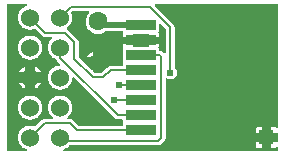
<source format=gtl>
G04 Layer: TopLayer*
G04 EasyEDA v6.5.20, 2022-10-16 15:23:26*
G04 af273d6a792b4aeebadb685aaa12eaa7,01de8cd48c9644c38d17f752347833e1,10*
G04 Gerber Generator version 0.2*
G04 Scale: 100 percent, Rotated: No, Reflected: No *
G04 Dimensions in millimeters *
G04 leading zeros omitted , absolute positions ,4 integer and 5 decimal *
%FSLAX45Y45*%
%MOMM*%

%ADD10C,0.5000*%
%ADD11C,0.2000*%
%ADD12R,2.5400X0.9144*%
%ADD13C,1.6000*%
%ADD14C,1.5240*%
%ADD15R,1.3081X1.3081*%
%ADD16C,0.6100*%
%ADD17C,0.0137*%

%LPD*%
G36*
X1326692Y12038076D02*
G01*
X1322781Y12038838D01*
X1319530Y12041073D01*
X1306626Y12053925D01*
X1304442Y12057227D01*
X1303629Y12061139D01*
X1303629Y12078614D01*
X1286154Y12078614D01*
X1282242Y12079376D01*
X1278991Y12081611D01*
X1187450Y12173102D01*
X1185265Y12176404D01*
X1184503Y12180265D01*
X1184503Y12299340D01*
X1183640Y12307316D01*
X1181354Y12314478D01*
X1177493Y12321082D01*
X1173683Y12325553D01*
X1093266Y12406020D01*
X1087780Y12410389D01*
X1084986Y12413945D01*
X1084021Y12418364D01*
X1085088Y12422784D01*
X1087882Y12426289D01*
X1095451Y12432284D01*
X1104950Y12442088D01*
X1113028Y12453061D01*
X1119581Y12464999D01*
X1124508Y12477750D01*
X1127658Y12491008D01*
X1129030Y12504572D01*
X1128572Y12518186D01*
X1126286Y12531648D01*
X1122222Y12544755D01*
X1121816Y12548412D01*
X1122680Y12551968D01*
X1124762Y12554966D01*
X1130096Y12560300D01*
X1133398Y12562535D01*
X1137259Y12563297D01*
X1264462Y12563297D01*
X1268272Y12562535D01*
X1271524Y12560452D01*
X1273759Y12557302D01*
X1274622Y12553594D01*
X1274064Y12549784D01*
X1272133Y12546431D01*
X1265986Y12539421D01*
X1258316Y12527940D01*
X1252169Y12515494D01*
X1247698Y12502388D01*
X1245006Y12488824D01*
X1244092Y12474956D01*
X1245006Y12461138D01*
X1247698Y12447574D01*
X1252169Y12434468D01*
X1258316Y12422022D01*
X1265986Y12410541D01*
X1275130Y12400127D01*
X1285544Y12390983D01*
X1297076Y12383262D01*
X1309471Y12377166D01*
X1322578Y12372695D01*
X1336192Y12370003D01*
X1350010Y12369088D01*
X1363827Y12370003D01*
X1377391Y12372695D01*
X1390497Y12377166D01*
X1402943Y12383262D01*
X1414526Y12391034D01*
X1417624Y12392914D01*
X1421231Y12393574D01*
X1551381Y12393574D01*
X1554784Y12392964D01*
X1557782Y12391288D01*
X1560068Y12388748D01*
X1561490Y12386360D01*
X1562862Y12382855D01*
X1562862Y12379096D01*
X1560728Y12374422D01*
X1558798Y12368936D01*
X1558086Y12362637D01*
X1558086Y12346686D01*
X1641144Y12346686D01*
X1641144Y12362688D01*
X1641906Y12366599D01*
X1644142Y12369850D01*
X1647393Y12372086D01*
X1651304Y12372848D01*
X1770684Y12372848D01*
X1774596Y12372086D01*
X1777847Y12369850D01*
X1780082Y12366599D01*
X1780844Y12362688D01*
X1780844Y12346686D01*
X1863902Y12346686D01*
X1863902Y12362637D01*
X1863191Y12368936D01*
X1861261Y12374422D01*
X1859178Y12379096D01*
X1859178Y12382855D01*
X1861261Y12387529D01*
X1863191Y12393015D01*
X1863902Y12399314D01*
X1863902Y12447422D01*
X1864664Y12451283D01*
X1866900Y12454585D01*
X1870151Y12456769D01*
X1874062Y12457582D01*
X1877974Y12456769D01*
X1881225Y12454585D01*
X1921408Y12414453D01*
X1923592Y12411151D01*
X1924354Y12407239D01*
X1924354Y12214453D01*
X1923592Y12210542D01*
X1921408Y12207240D01*
X1918106Y12205055D01*
X1914194Y12204293D01*
X1910334Y12205055D01*
X1907032Y12207240D01*
X1898802Y12215520D01*
X1892554Y12220549D01*
X1885848Y12223953D01*
X1878533Y12225934D01*
X1873300Y12226340D01*
X1869897Y12227153D01*
X1867001Y12229134D01*
X1864918Y12231928D01*
X1863953Y12235332D01*
X1863191Y12241936D01*
X1861261Y12247422D01*
X1859178Y12252096D01*
X1859178Y12255855D01*
X1861261Y12260529D01*
X1863191Y12266015D01*
X1863902Y12272314D01*
X1863902Y12288266D01*
X1780844Y12288266D01*
X1780844Y12272264D01*
X1780082Y12268352D01*
X1777847Y12265101D01*
X1774596Y12262866D01*
X1770684Y12262104D01*
X1651304Y12262104D01*
X1647393Y12262866D01*
X1644142Y12265101D01*
X1641906Y12268352D01*
X1641144Y12272264D01*
X1641144Y12288266D01*
X1558086Y12288266D01*
X1558086Y12272314D01*
X1558798Y12266015D01*
X1560728Y12260529D01*
X1562811Y12255855D01*
X1562811Y12252096D01*
X1560728Y12247422D01*
X1558798Y12241936D01*
X1558086Y12235637D01*
X1558086Y12145314D01*
X1558798Y12139015D01*
X1560728Y12133529D01*
X1562811Y12128855D01*
X1562811Y12125096D01*
X1560728Y12120422D01*
X1558798Y12114936D01*
X1558086Y12108434D01*
X1556969Y12104878D01*
X1554734Y12101982D01*
X1551584Y12100052D01*
X1547977Y12099391D01*
X1455420Y12099391D01*
X1447444Y12098578D01*
X1440281Y12096242D01*
X1433677Y12092432D01*
X1429207Y12088622D01*
X1422196Y12081611D01*
X1418894Y12079376D01*
X1415034Y12078614D01*
X1396339Y12078614D01*
X1396339Y12059970D01*
X1395577Y12056059D01*
X1393393Y12052757D01*
X1381658Y12041073D01*
X1378356Y12038838D01*
X1374495Y12038076D01*
G37*

%LPC*%
G36*
X1396339Y12171324D02*
G01*
X1444955Y12171324D01*
X1441704Y12177928D01*
X1433982Y12189409D01*
X1424889Y12199823D01*
X1414475Y12208967D01*
X1402943Y12216688D01*
X1396339Y12219940D01*
G37*
G36*
X1255064Y12171324D02*
G01*
X1303629Y12171324D01*
X1303629Y12219940D01*
X1297076Y12216688D01*
X1285544Y12208967D01*
X1275130Y12199823D01*
X1265986Y12189409D01*
X1258316Y12177928D01*
G37*

%LPD*%
G36*
X1064107Y11375898D02*
G01*
X1060246Y11376660D01*
X1056944Y11378844D01*
X1054760Y11382146D01*
X1053947Y11386007D01*
X1054709Y11389868D01*
X1056894Y11393170D01*
X1060145Y11395405D01*
X1073048Y11400840D01*
X1084783Y11407800D01*
X1095451Y11416284D01*
X1102360Y11423345D01*
X1105662Y11425682D01*
X1109624Y11426444D01*
X1855571Y11426444D01*
X1863598Y11427307D01*
X1870710Y11429644D01*
X1877314Y11433454D01*
X1881784Y11437264D01*
X1910435Y11465915D01*
X1915515Y11472164D01*
X1918919Y11478818D01*
X1920900Y11486184D01*
X1921357Y11492077D01*
X1921357Y11983313D01*
X1922170Y11987276D01*
X1924456Y11990578D01*
X1927860Y11992762D01*
X1931873Y11993422D01*
X1935784Y11992508D01*
X1941017Y11990070D01*
X1950516Y11987530D01*
X1960270Y11986666D01*
X1970074Y11987530D01*
X1979574Y11990070D01*
X1988464Y11994235D01*
X1996541Y11999874D01*
X2003450Y12006783D01*
X2009089Y12014860D01*
X2013254Y12023750D01*
X2015794Y12033250D01*
X2016658Y12043054D01*
X2015794Y12052808D01*
X2013254Y12062307D01*
X2009089Y12071248D01*
X2003450Y12079274D01*
X1999183Y12083592D01*
X1996948Y12086844D01*
X1996186Y12090755D01*
X1996186Y12425781D01*
X1995373Y12433757D01*
X1993036Y12440920D01*
X1989226Y12447524D01*
X1985416Y12451994D01*
X1830679Y12606731D01*
X1828495Y12610033D01*
X1827682Y12613894D01*
X1828495Y12617805D01*
X1830679Y12621107D01*
X1833981Y12623292D01*
X1837842Y12624054D01*
X2863900Y12624054D01*
X2867812Y12623292D01*
X2871114Y12621107D01*
X2873298Y12617805D01*
X2874111Y12613894D01*
X2874111Y11584025D01*
X2873298Y11580164D01*
X2871114Y11576862D01*
X2867812Y11574627D01*
X2863900Y11573865D01*
X2860040Y11574627D01*
X2856738Y11576862D01*
X2855010Y11578590D01*
X2850134Y11581638D01*
X2844647Y11583568D01*
X2838348Y11584279D01*
X2812542Y11584279D01*
X2812542Y11532006D01*
X2863900Y11532006D01*
X2867812Y11531244D01*
X2871114Y11529060D01*
X2873298Y11525758D01*
X2874111Y11521846D01*
X2874111Y11464086D01*
X2873298Y11460175D01*
X2871114Y11456873D01*
X2867812Y11454688D01*
X2863900Y11453926D01*
X2812542Y11453926D01*
X2812542Y11401653D01*
X2838348Y11401653D01*
X2844647Y11402364D01*
X2850134Y11404295D01*
X2855010Y11407343D01*
X2856738Y11409070D01*
X2860040Y11411254D01*
X2863900Y11412067D01*
X2867812Y11411254D01*
X2871114Y11409070D01*
X2873298Y11405768D01*
X2874111Y11401907D01*
X2874111Y11386058D01*
X2873298Y11382146D01*
X2871114Y11378844D01*
X2867812Y11376660D01*
X2863900Y11375898D01*
G37*

%LPC*%
G36*
X2708656Y11401653D02*
G01*
X2734462Y11401653D01*
X2734462Y11453926D01*
X2682189Y11453926D01*
X2682189Y11428120D01*
X2682900Y11421821D01*
X2684830Y11416334D01*
X2687878Y11411458D01*
X2691993Y11407343D01*
X2696870Y11404295D01*
X2702356Y11402364D01*
G37*
G36*
X2682189Y11532006D02*
G01*
X2734462Y11532006D01*
X2734462Y11584279D01*
X2708656Y11584279D01*
X2702356Y11583568D01*
X2696870Y11581638D01*
X2691993Y11578590D01*
X2687878Y11574475D01*
X2684830Y11569598D01*
X2682900Y11564112D01*
X2682189Y11557812D01*
G37*

%LPD*%
G36*
X586079Y11375898D02*
G01*
X582168Y11376660D01*
X578866Y11378844D01*
X576681Y11382146D01*
X575919Y11386058D01*
X575919Y12613894D01*
X576681Y12617805D01*
X578866Y12621107D01*
X582168Y12623292D01*
X586079Y12624054D01*
X736600Y12624054D01*
X740562Y12623241D01*
X743864Y12620955D01*
X746048Y12617551D01*
X746709Y12613589D01*
X745794Y12609626D01*
X743407Y12606375D01*
X739902Y12604292D01*
X733145Y12601956D01*
X720953Y12595809D01*
X709726Y12588087D01*
X699617Y12578943D01*
X690829Y12568529D01*
X683463Y12557048D01*
X677722Y12544653D01*
X673709Y12531648D01*
X671423Y12518186D01*
X670966Y12504572D01*
X672338Y12491008D01*
X675487Y12477750D01*
X680415Y12464999D01*
X686968Y12453061D01*
X695045Y12442088D01*
X704545Y12432284D01*
X715213Y12423800D01*
X726948Y12416840D01*
X739495Y12411557D01*
X752652Y12407950D01*
X766165Y12406122D01*
X779830Y12406122D01*
X793343Y12407950D01*
X806500Y12411557D01*
X808736Y12412472D01*
X812647Y12413284D01*
X816559Y12412522D01*
X819861Y12410338D01*
X874217Y12355982D01*
X880465Y12350902D01*
X887120Y12347498D01*
X894486Y12345568D01*
X900379Y12345060D01*
X949502Y12345060D01*
X953465Y12344298D01*
X956818Y12341961D01*
X959002Y12338558D01*
X959662Y12334595D01*
X958697Y12330633D01*
X956310Y12327382D01*
X953617Y12324943D01*
X944829Y12314529D01*
X937463Y12303048D01*
X931722Y12290653D01*
X927709Y12277648D01*
X925423Y12264186D01*
X924966Y12250572D01*
X926337Y12237008D01*
X929487Y12223750D01*
X934415Y12210999D01*
X940968Y12199061D01*
X949045Y12188088D01*
X958545Y12178284D01*
X969213Y12169800D01*
X980948Y12162840D01*
X989279Y12159335D01*
X992073Y12157557D01*
X994156Y12155068D01*
X998067Y12148261D01*
X1001877Y12143790D01*
X1026718Y12118949D01*
X1028903Y12115749D01*
X1029716Y12111990D01*
X1029055Y12108180D01*
X1027023Y12104878D01*
X1023975Y12102592D01*
X1020216Y12101626D01*
X1013409Y12101169D01*
X1000048Y12098426D01*
X987145Y12093956D01*
X974953Y12087809D01*
X963726Y12080087D01*
X953617Y12070943D01*
X944829Y12060529D01*
X937463Y12049048D01*
X931722Y12036653D01*
X927709Y12023648D01*
X925423Y12010186D01*
X924966Y11996572D01*
X926337Y11983008D01*
X929487Y11969750D01*
X934415Y11956999D01*
X940968Y11945061D01*
X949045Y11934088D01*
X958545Y11924284D01*
X969213Y11915800D01*
X980948Y11908840D01*
X993495Y11903557D01*
X1006652Y11899950D01*
X1020165Y11898122D01*
X1033830Y11898122D01*
X1047343Y11899950D01*
X1060500Y11903557D01*
X1073048Y11908840D01*
X1084783Y11915800D01*
X1095451Y11924284D01*
X1104950Y11934088D01*
X1113028Y11945061D01*
X1119581Y11956999D01*
X1124508Y11969750D01*
X1127658Y11983008D01*
X1128725Y11993473D01*
X1129792Y11997131D01*
X1132128Y12000128D01*
X1135430Y12002058D01*
X1139190Y12002617D01*
X1142847Y12001804D01*
X1145997Y11999671D01*
X1488186Y11657482D01*
X1494434Y11652402D01*
X1501089Y11648998D01*
X1508455Y11647068D01*
X1514348Y11646560D01*
X1547977Y11646560D01*
X1551584Y11645900D01*
X1554734Y11644020D01*
X1556969Y11641074D01*
X1558036Y11637568D01*
X1558798Y11631015D01*
X1560728Y11625529D01*
X1562811Y11620855D01*
X1562811Y11617096D01*
X1560728Y11612422D01*
X1558798Y11606936D01*
X1558086Y11600434D01*
X1556969Y11596878D01*
X1554734Y11593982D01*
X1551584Y11592052D01*
X1547977Y11591391D01*
X1191514Y11591391D01*
X1187602Y11592153D01*
X1184351Y11594388D01*
X1139393Y11639346D01*
X1133144Y11644376D01*
X1126439Y11647779D01*
X1119073Y11649760D01*
X1113180Y11650218D01*
X1099362Y11650218D01*
X1095298Y11651081D01*
X1091895Y11653469D01*
X1089761Y11657025D01*
X1089202Y11661190D01*
X1090371Y11665153D01*
X1093063Y11668353D01*
X1095451Y11670284D01*
X1104950Y11680088D01*
X1113028Y11691061D01*
X1119581Y11702999D01*
X1124508Y11715750D01*
X1127658Y11729008D01*
X1129030Y11742572D01*
X1128572Y11756186D01*
X1126286Y11769648D01*
X1122273Y11782653D01*
X1116533Y11795048D01*
X1109167Y11806529D01*
X1100378Y11816943D01*
X1090269Y11826087D01*
X1079042Y11833809D01*
X1066850Y11839956D01*
X1053947Y11844426D01*
X1040587Y11847169D01*
X1027023Y11848084D01*
X1013409Y11847169D01*
X1000048Y11844426D01*
X987145Y11839956D01*
X974953Y11833809D01*
X963726Y11826087D01*
X953617Y11816943D01*
X944829Y11806529D01*
X937463Y11795048D01*
X931722Y11782653D01*
X927709Y11769648D01*
X925423Y11756186D01*
X924966Y11742572D01*
X926337Y11729008D01*
X929487Y11715750D01*
X934415Y11702999D01*
X940968Y11691061D01*
X949045Y11680088D01*
X958545Y11670284D01*
X960932Y11668353D01*
X963625Y11665153D01*
X964793Y11661190D01*
X964234Y11657025D01*
X962101Y11653469D01*
X958697Y11651081D01*
X954633Y11650218D01*
X895858Y11650218D01*
X887882Y11649405D01*
X880719Y11647068D01*
X874115Y11643258D01*
X869645Y11639448D01*
X819810Y11589613D01*
X816711Y11587480D01*
X813053Y11586616D01*
X809294Y11587175D01*
X799947Y11590426D01*
X786587Y11593169D01*
X773023Y11594084D01*
X759409Y11593169D01*
X746048Y11590426D01*
X733145Y11585956D01*
X720953Y11579809D01*
X709726Y11572087D01*
X699617Y11562943D01*
X690829Y11552529D01*
X683463Y11541048D01*
X677722Y11528653D01*
X673709Y11515648D01*
X671423Y11502186D01*
X670966Y11488572D01*
X672338Y11475008D01*
X675487Y11461750D01*
X680415Y11448999D01*
X686968Y11437061D01*
X695045Y11426088D01*
X704545Y11416284D01*
X715213Y11407800D01*
X726948Y11400840D01*
X739851Y11395405D01*
X743102Y11393170D01*
X745286Y11389868D01*
X746048Y11386007D01*
X745236Y11382146D01*
X743051Y11378844D01*
X739749Y11376660D01*
X735888Y11375898D01*
G37*

%LPC*%
G36*
X766165Y11644122D02*
G01*
X779830Y11644122D01*
X793343Y11645950D01*
X806500Y11649557D01*
X819048Y11654840D01*
X830783Y11661800D01*
X841451Y11670284D01*
X850950Y11680088D01*
X859028Y11691061D01*
X865581Y11702999D01*
X870508Y11715750D01*
X873658Y11729008D01*
X875030Y11742572D01*
X874572Y11756186D01*
X872286Y11769648D01*
X868273Y11782653D01*
X862533Y11795048D01*
X855167Y11806529D01*
X846378Y11816943D01*
X836269Y11826087D01*
X825042Y11833809D01*
X812850Y11839956D01*
X799947Y11844426D01*
X786587Y11847169D01*
X773023Y11848084D01*
X759409Y11847169D01*
X746048Y11844426D01*
X733145Y11839956D01*
X720953Y11833809D01*
X709726Y11826087D01*
X699617Y11816943D01*
X690829Y11806529D01*
X683463Y11795048D01*
X677722Y11782653D01*
X673709Y11769648D01*
X671423Y11756186D01*
X670966Y11742572D01*
X672338Y11729008D01*
X675487Y11715750D01*
X680415Y11702999D01*
X686968Y11691061D01*
X695045Y11680088D01*
X704545Y11670284D01*
X715213Y11661800D01*
X726948Y11654840D01*
X739495Y11649557D01*
X752652Y11645950D01*
G37*
G36*
X817473Y11908180D02*
G01*
X819048Y11908840D01*
X830783Y11915800D01*
X841451Y11924284D01*
X850950Y11934088D01*
X859028Y11945061D01*
X864768Y11955526D01*
X817473Y11955526D01*
G37*
G36*
X728573Y11908180D02*
G01*
X728573Y11955526D01*
X681228Y11955526D01*
X686968Y11945061D01*
X695045Y11934088D01*
X704545Y11924284D01*
X715213Y11915800D01*
X726948Y11908840D01*
G37*
G36*
X681329Y12044426D02*
G01*
X728573Y12044426D01*
X728573Y12091619D01*
X720953Y12087809D01*
X709726Y12080087D01*
X699617Y12070943D01*
X690829Y12060529D01*
X683463Y12049048D01*
G37*
G36*
X817473Y12044426D02*
G01*
X864666Y12044426D01*
X862533Y12049048D01*
X855167Y12060529D01*
X846378Y12070943D01*
X836269Y12080087D01*
X825042Y12087809D01*
X817473Y12091619D01*
G37*
G36*
X766165Y12152122D02*
G01*
X779830Y12152122D01*
X793343Y12153950D01*
X806500Y12157557D01*
X819048Y12162840D01*
X830783Y12169800D01*
X841451Y12178284D01*
X850950Y12188088D01*
X859028Y12199061D01*
X865581Y12210999D01*
X870508Y12223750D01*
X873658Y12237008D01*
X875030Y12250572D01*
X874572Y12264186D01*
X872286Y12277648D01*
X868273Y12290653D01*
X862533Y12303048D01*
X855167Y12314529D01*
X846378Y12324943D01*
X836269Y12334087D01*
X825042Y12341809D01*
X812850Y12347956D01*
X799947Y12352426D01*
X786587Y12355169D01*
X773023Y12356084D01*
X759409Y12355169D01*
X746048Y12352426D01*
X733145Y12347956D01*
X720953Y12341809D01*
X709726Y12334087D01*
X699617Y12324943D01*
X690829Y12314529D01*
X683463Y12303048D01*
X677722Y12290653D01*
X673709Y12277648D01*
X671423Y12264186D01*
X670966Y12250572D01*
X672338Y12237008D01*
X675487Y12223750D01*
X680415Y12210999D01*
X686968Y12199061D01*
X695045Y12188088D01*
X704545Y12178284D01*
X715213Y12169800D01*
X726948Y12162840D01*
X739495Y12157557D01*
X752652Y12153950D01*
G37*

%LPD*%
D10*
X1710984Y12317488D02*
G01*
X1533972Y12317488D01*
X1533972Y12317488D02*
G01*
X1533972Y12308954D01*
X1349999Y12124982D01*
X1710984Y12444463D02*
G01*
X1380530Y12444463D01*
X1349999Y12474994D01*
D11*
X1710984Y12190488D02*
G01*
X1873011Y12190488D01*
X1873011Y12190488D02*
G01*
X1885431Y12178068D01*
X1885431Y11491683D01*
X1856120Y11462372D01*
X1056604Y11462372D01*
X1026988Y11491988D01*
X1710984Y11555488D02*
G01*
X1172428Y11555488D01*
X1113602Y11614315D01*
X895314Y11614315D01*
X772988Y11491988D01*
X1710984Y11809488D02*
G01*
X1479819Y11809488D01*
X1026988Y12253988D02*
G01*
X1026988Y12169457D01*
X1513956Y11682488D01*
X1548958Y11682488D01*
X1710984Y11682488D02*
G01*
X1548958Y11682488D01*
X1548958Y11936488D02*
G01*
X1526529Y11936488D01*
X1710984Y11936488D02*
G01*
X1548958Y11936488D01*
X1960285Y12043041D02*
G01*
X1960285Y12426327D01*
X1787413Y12599200D01*
X1118199Y12599200D01*
X1026988Y12507988D01*
X1710984Y12063488D02*
G01*
X1454876Y12063488D01*
X1393560Y12002173D01*
X1307607Y12002173D01*
X1148577Y12161202D01*
X1148577Y12299886D01*
X1067475Y12380988D01*
X899988Y12380988D01*
X772988Y12507988D01*
D12*
G01*
X1710994Y11555476D03*
G01*
X1710994Y11682476D03*
G01*
X1710994Y11809476D03*
G01*
X1710994Y11936476D03*
G01*
X1710994Y12063476D03*
G01*
X1710994Y12190476D03*
G01*
X1710994Y12317476D03*
G01*
X1710994Y12444476D03*
D13*
G01*
X1350010Y12124969D03*
G01*
X1350010Y12474981D03*
D14*
G01*
X1026998Y11491976D03*
G01*
X772998Y11491976D03*
G01*
X1026998Y11745976D03*
G01*
X772998Y11745976D03*
G01*
X1026998Y11999976D03*
G01*
X772998Y11999976D03*
G01*
X1026998Y12253976D03*
G01*
X772998Y12253976D03*
G01*
X1026998Y12507976D03*
G01*
X772998Y12507976D03*
D15*
G01*
X2773502Y11492966D03*
D16*
G01*
X1479829Y11809476D03*
G01*
X1960295Y12043029D03*
G01*
X1526539Y11936476D03*
M02*

</source>
